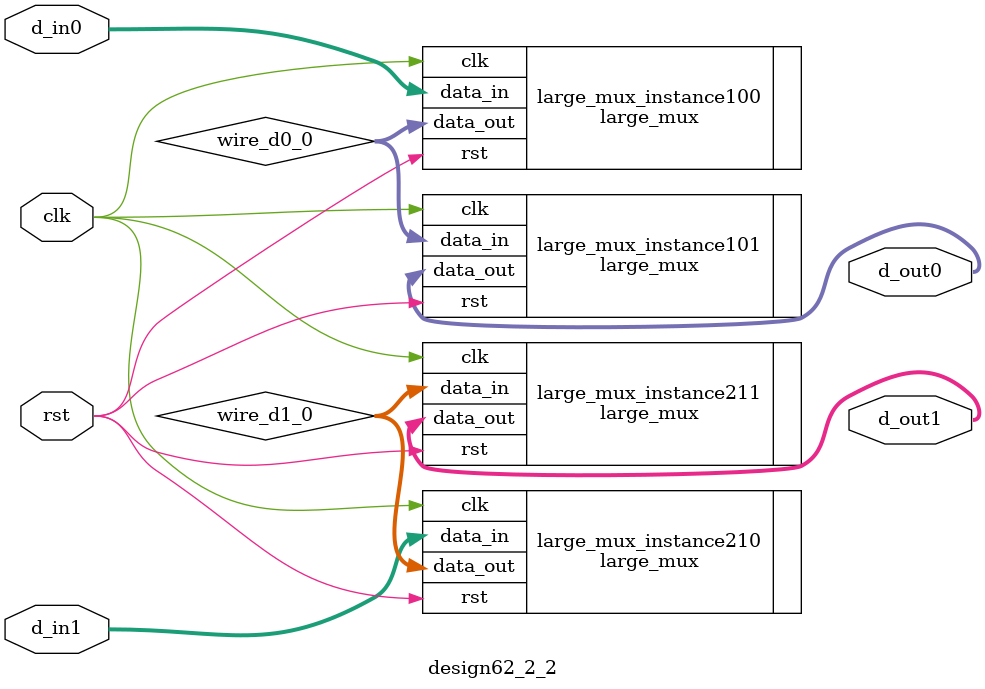
<source format=v>

module design62_2_2_top #(parameter WIDTH=32,CHANNEL=2) (clk, rst, in, out);

	localparam OUT_BUS=CHANNEL*WIDTH;
	input clk,rst;
	input [WIDTH-1:0] in;
	output [WIDTH-1:0] out;

	reg [WIDTH-1:0] d_in0;
	reg [WIDTH-1:0] d_in1;
	wire [WIDTH-1:0] d_out0;
	wire [WIDTH-1:0] d_out1;

	reg [OUT_BUS-1:0] tmp;

	always @ (posedge clk or posedge rst) begin
		if (rst)
			tmp <= 0;
		else
			tmp <= {tmp[OUT_BUS-(WIDTH-1):0],in};
	end

	always @ (posedge clk) begin
		d_in0 <= tmp[WIDTH-1:0];
		d_in1 <= tmp[(WIDTH*2)-1:WIDTH*1];
	end

	design62_2_2 #(.WIDTH(WIDTH)) design62_2_2_inst(.d_in0(d_in0),.d_in1(d_in1),.d_out0(d_out0),.d_out1(d_out1),.clk(clk),.rst(rst));

	assign out = d_out0^d_out1;

endmodule

module design62_2_2 #(parameter WIDTH=32) (d_in0, d_in1, d_out0, d_out1, clk, rst);
	input clk;
	input rst;
	input [WIDTH-1:0] d_in0; 
	input [WIDTH-1:0] d_in1; 
	output [WIDTH-1:0] d_out0; 
	output [WIDTH-1:0] d_out1; 

	wire [WIDTH-1:0] wire_d0_0;
	wire [WIDTH-1:0] wire_d1_0;

	large_mux #(.WIDTH(WIDTH)) large_mux_instance100(.data_in(d_in0),.data_out(wire_d0_0),.clk(clk),.rst(rst));            //channel 1
	large_mux #(.WIDTH(WIDTH)) large_mux_instance101(.data_in(wire_d0_0),.data_out(d_out0),.clk(clk),.rst(rst));

	large_mux #(.WIDTH(WIDTH)) large_mux_instance210(.data_in(d_in1),.data_out(wire_d1_0),.clk(clk),.rst(rst));            //channel 2
	large_mux #(.WIDTH(WIDTH)) large_mux_instance211(.data_in(wire_d1_0),.data_out(d_out1),.clk(clk),.rst(rst));


endmodule
</source>
